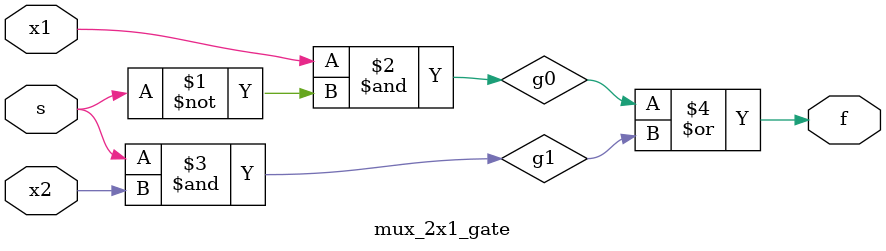
<source format=v>
`timescale 1ns / 1ps

//STRUCTURAL modelling pt.1  - We're describing the structure of the circuit, not the behaviour
module mux_2x1_gate(  //Gate level modelling of a 2-1 mux
input x1, x2, s,
output f
    );
  //  not (sn, s);  Don't really need this line.. use ~
    and A0(g0, x1, ~s);
    and A1 (g1,  s, x2);  //where g0 and g1 are the two AND gates
    or Output(f, g0, g1);
endmodule

</source>
